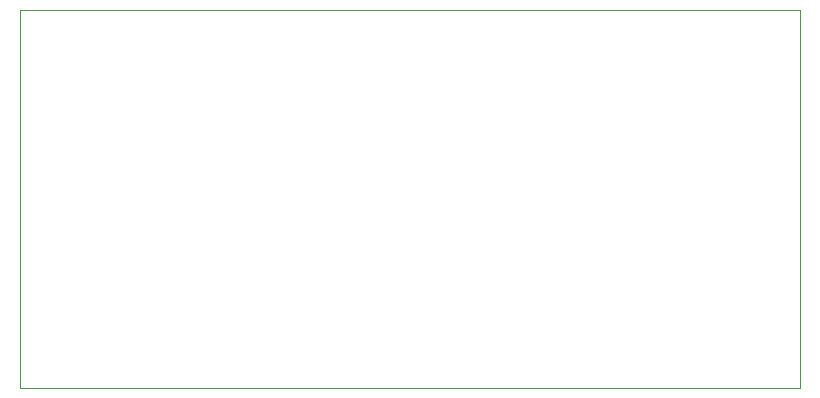
<source format=gbr>
%TF.GenerationSoftware,KiCad,Pcbnew,(6.0.0)*%
%TF.CreationDate,2022-01-25T19:48:24+01:00*%
%TF.ProjectId,ESP32_Blind,45535033-325f-4426-9c69-6e642e6b6963,rev?*%
%TF.SameCoordinates,Original*%
%TF.FileFunction,Profile,NP*%
%FSLAX46Y46*%
G04 Gerber Fmt 4.6, Leading zero omitted, Abs format (unit mm)*
G04 Created by KiCad (PCBNEW (6.0.0)) date 2022-01-25 19:48:24*
%MOMM*%
%LPD*%
G01*
G04 APERTURE LIST*
%TA.AperFunction,Profile*%
%ADD10C,0.100000*%
%TD*%
G04 APERTURE END LIST*
D10*
X96000000Y-70000000D02*
X162000000Y-70000000D01*
X162000000Y-70000000D02*
X162000000Y-102000000D01*
X162000000Y-102000000D02*
X96000000Y-102000000D01*
X96000000Y-102000000D02*
X96000000Y-70000000D01*
M02*

</source>
